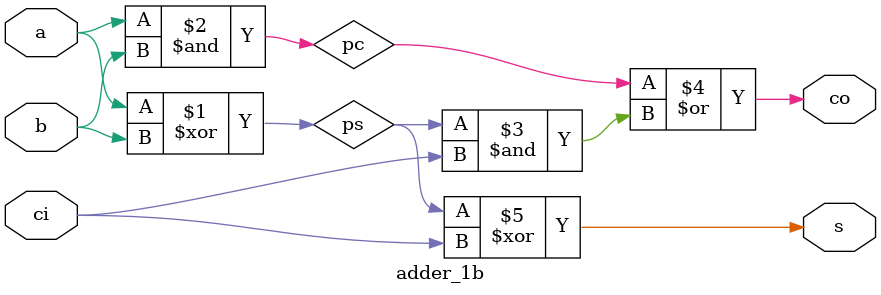
<source format=v>
module adder_1b(input a, b, ci, output s, co);
    wire ps = a ^ b; 
    wire pc = a & b;

    assign co = pc | ps & ci;
    assign s = ps ^ ci;
endmodule
</source>
